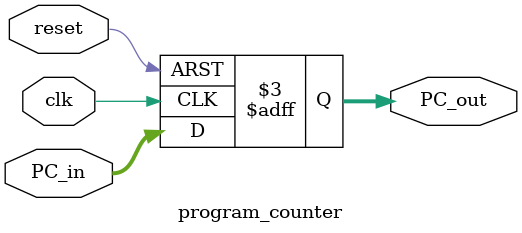
<source format=v>
`timescale 1ns / 1ps

module program_counter(clk, reset, PC_in, PC_out);
  input clk, reset;
  input [31:0] PC_in;
  output reg [31:0] PC_out;
  always @ (posedge clk, posedge reset)
  begin
    if(reset==1)
      PC_out<=0;
    else
      PC_out<=PC_in;
  end
endmodule

</source>
